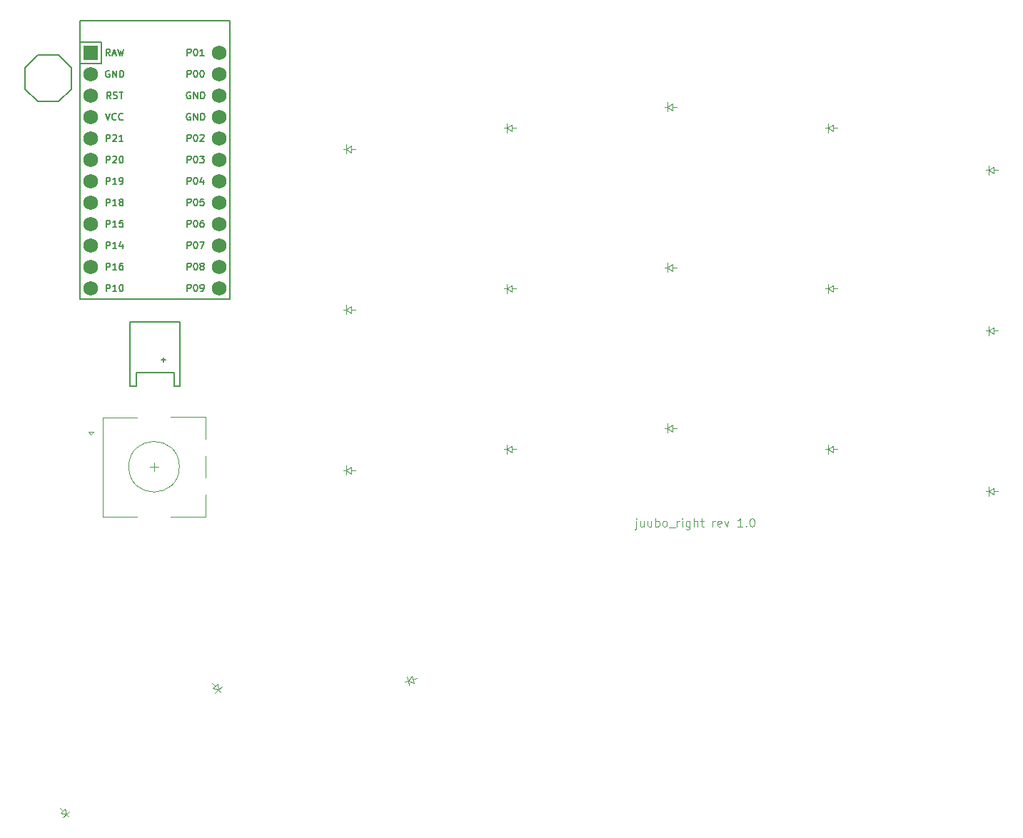
<source format=gbr>
%TF.GenerationSoftware,KiCad,Pcbnew,7.0.10*%
%TF.CreationDate,2024-02-19T14:22:16+02:00*%
%TF.ProjectId,juubo_right_final,6a757562-6f5f-4726-9967-68745f66696e,v1.0.0*%
%TF.SameCoordinates,Original*%
%TF.FileFunction,Legend,Top*%
%TF.FilePolarity,Positive*%
%FSLAX46Y46*%
G04 Gerber Fmt 4.6, Leading zero omitted, Abs format (unit mm)*
G04 Created by KiCad (PCBNEW 7.0.10) date 2024-02-19 14:22:16*
%MOMM*%
%LPD*%
G01*
G04 APERTURE LIST*
%ADD10C,0.100000*%
%ADD11C,0.150000*%
%ADD12C,0.120000*%
%ADD13R,1.752600X1.752600*%
%ADD14C,1.752600*%
G04 APERTURE END LIST*
D10*
X349003884Y-110405752D02*
X349003884Y-111262895D01*
X349003884Y-111262895D02*
X348956265Y-111358133D01*
X348956265Y-111358133D02*
X348861027Y-111405752D01*
X348861027Y-111405752D02*
X348813408Y-111405752D01*
X349003884Y-110072419D02*
X348956265Y-110120038D01*
X348956265Y-110120038D02*
X349003884Y-110167657D01*
X349003884Y-110167657D02*
X349051503Y-110120038D01*
X349051503Y-110120038D02*
X349003884Y-110072419D01*
X349003884Y-110072419D02*
X349003884Y-110167657D01*
X349908645Y-110405752D02*
X349908645Y-111072419D01*
X349480074Y-110405752D02*
X349480074Y-110929561D01*
X349480074Y-110929561D02*
X349527693Y-111024800D01*
X349527693Y-111024800D02*
X349622931Y-111072419D01*
X349622931Y-111072419D02*
X349765788Y-111072419D01*
X349765788Y-111072419D02*
X349861026Y-111024800D01*
X349861026Y-111024800D02*
X349908645Y-110977180D01*
X350813407Y-110405752D02*
X350813407Y-111072419D01*
X350384836Y-110405752D02*
X350384836Y-110929561D01*
X350384836Y-110929561D02*
X350432455Y-111024800D01*
X350432455Y-111024800D02*
X350527693Y-111072419D01*
X350527693Y-111072419D02*
X350670550Y-111072419D01*
X350670550Y-111072419D02*
X350765788Y-111024800D01*
X350765788Y-111024800D02*
X350813407Y-110977180D01*
X351289598Y-111072419D02*
X351289598Y-110072419D01*
X351289598Y-110453371D02*
X351384836Y-110405752D01*
X351384836Y-110405752D02*
X351575312Y-110405752D01*
X351575312Y-110405752D02*
X351670550Y-110453371D01*
X351670550Y-110453371D02*
X351718169Y-110500990D01*
X351718169Y-110500990D02*
X351765788Y-110596228D01*
X351765788Y-110596228D02*
X351765788Y-110881942D01*
X351765788Y-110881942D02*
X351718169Y-110977180D01*
X351718169Y-110977180D02*
X351670550Y-111024800D01*
X351670550Y-111024800D02*
X351575312Y-111072419D01*
X351575312Y-111072419D02*
X351384836Y-111072419D01*
X351384836Y-111072419D02*
X351289598Y-111024800D01*
X352337217Y-111072419D02*
X352241979Y-111024800D01*
X352241979Y-111024800D02*
X352194360Y-110977180D01*
X352194360Y-110977180D02*
X352146741Y-110881942D01*
X352146741Y-110881942D02*
X352146741Y-110596228D01*
X352146741Y-110596228D02*
X352194360Y-110500990D01*
X352194360Y-110500990D02*
X352241979Y-110453371D01*
X352241979Y-110453371D02*
X352337217Y-110405752D01*
X352337217Y-110405752D02*
X352480074Y-110405752D01*
X352480074Y-110405752D02*
X352575312Y-110453371D01*
X352575312Y-110453371D02*
X352622931Y-110500990D01*
X352622931Y-110500990D02*
X352670550Y-110596228D01*
X352670550Y-110596228D02*
X352670550Y-110881942D01*
X352670550Y-110881942D02*
X352622931Y-110977180D01*
X352622931Y-110977180D02*
X352575312Y-111024800D01*
X352575312Y-111024800D02*
X352480074Y-111072419D01*
X352480074Y-111072419D02*
X352337217Y-111072419D01*
X352861027Y-111167657D02*
X353622931Y-111167657D01*
X353861027Y-111072419D02*
X353861027Y-110405752D01*
X353861027Y-110596228D02*
X353908646Y-110500990D01*
X353908646Y-110500990D02*
X353956265Y-110453371D01*
X353956265Y-110453371D02*
X354051503Y-110405752D01*
X354051503Y-110405752D02*
X354146741Y-110405752D01*
X354480075Y-111072419D02*
X354480075Y-110405752D01*
X354480075Y-110072419D02*
X354432456Y-110120038D01*
X354432456Y-110120038D02*
X354480075Y-110167657D01*
X354480075Y-110167657D02*
X354527694Y-110120038D01*
X354527694Y-110120038D02*
X354480075Y-110072419D01*
X354480075Y-110072419D02*
X354480075Y-110167657D01*
X355384836Y-110405752D02*
X355384836Y-111215276D01*
X355384836Y-111215276D02*
X355337217Y-111310514D01*
X355337217Y-111310514D02*
X355289598Y-111358133D01*
X355289598Y-111358133D02*
X355194360Y-111405752D01*
X355194360Y-111405752D02*
X355051503Y-111405752D01*
X355051503Y-111405752D02*
X354956265Y-111358133D01*
X355384836Y-111024800D02*
X355289598Y-111072419D01*
X355289598Y-111072419D02*
X355099122Y-111072419D01*
X355099122Y-111072419D02*
X355003884Y-111024800D01*
X355003884Y-111024800D02*
X354956265Y-110977180D01*
X354956265Y-110977180D02*
X354908646Y-110881942D01*
X354908646Y-110881942D02*
X354908646Y-110596228D01*
X354908646Y-110596228D02*
X354956265Y-110500990D01*
X354956265Y-110500990D02*
X355003884Y-110453371D01*
X355003884Y-110453371D02*
X355099122Y-110405752D01*
X355099122Y-110405752D02*
X355289598Y-110405752D01*
X355289598Y-110405752D02*
X355384836Y-110453371D01*
X355861027Y-111072419D02*
X355861027Y-110072419D01*
X356289598Y-111072419D02*
X356289598Y-110548609D01*
X356289598Y-110548609D02*
X356241979Y-110453371D01*
X356241979Y-110453371D02*
X356146741Y-110405752D01*
X356146741Y-110405752D02*
X356003884Y-110405752D01*
X356003884Y-110405752D02*
X355908646Y-110453371D01*
X355908646Y-110453371D02*
X355861027Y-110500990D01*
X356622932Y-110405752D02*
X357003884Y-110405752D01*
X356765789Y-110072419D02*
X356765789Y-110929561D01*
X356765789Y-110929561D02*
X356813408Y-111024800D01*
X356813408Y-111024800D02*
X356908646Y-111072419D01*
X356908646Y-111072419D02*
X357003884Y-111072419D01*
X358099123Y-111072419D02*
X358099123Y-110405752D01*
X358099123Y-110596228D02*
X358146742Y-110500990D01*
X358146742Y-110500990D02*
X358194361Y-110453371D01*
X358194361Y-110453371D02*
X358289599Y-110405752D01*
X358289599Y-110405752D02*
X358384837Y-110405752D01*
X359099123Y-111024800D02*
X359003885Y-111072419D01*
X359003885Y-111072419D02*
X358813409Y-111072419D01*
X358813409Y-111072419D02*
X358718171Y-111024800D01*
X358718171Y-111024800D02*
X358670552Y-110929561D01*
X358670552Y-110929561D02*
X358670552Y-110548609D01*
X358670552Y-110548609D02*
X358718171Y-110453371D01*
X358718171Y-110453371D02*
X358813409Y-110405752D01*
X358813409Y-110405752D02*
X359003885Y-110405752D01*
X359003885Y-110405752D02*
X359099123Y-110453371D01*
X359099123Y-110453371D02*
X359146742Y-110548609D01*
X359146742Y-110548609D02*
X359146742Y-110643847D01*
X359146742Y-110643847D02*
X358670552Y-110739085D01*
X359480076Y-110405752D02*
X359718171Y-111072419D01*
X359718171Y-111072419D02*
X359956266Y-110405752D01*
X361622933Y-111072419D02*
X361051505Y-111072419D01*
X361337219Y-111072419D02*
X361337219Y-110072419D01*
X361337219Y-110072419D02*
X361241981Y-110215276D01*
X361241981Y-110215276D02*
X361146743Y-110310514D01*
X361146743Y-110310514D02*
X361051505Y-110358133D01*
X362051505Y-110977180D02*
X362099124Y-111024800D01*
X362099124Y-111024800D02*
X362051505Y-111072419D01*
X362051505Y-111072419D02*
X362003886Y-111024800D01*
X362003886Y-111024800D02*
X362051505Y-110977180D01*
X362051505Y-110977180D02*
X362051505Y-111072419D01*
X362718171Y-110072419D02*
X362813409Y-110072419D01*
X362813409Y-110072419D02*
X362908647Y-110120038D01*
X362908647Y-110120038D02*
X362956266Y-110167657D01*
X362956266Y-110167657D02*
X363003885Y-110262895D01*
X363003885Y-110262895D02*
X363051504Y-110453371D01*
X363051504Y-110453371D02*
X363051504Y-110691466D01*
X363051504Y-110691466D02*
X363003885Y-110881942D01*
X363003885Y-110881942D02*
X362956266Y-110977180D01*
X362956266Y-110977180D02*
X362908647Y-111024800D01*
X362908647Y-111024800D02*
X362813409Y-111072419D01*
X362813409Y-111072419D02*
X362718171Y-111072419D01*
X362718171Y-111072419D02*
X362622933Y-111024800D01*
X362622933Y-111024800D02*
X362575314Y-110977180D01*
X362575314Y-110977180D02*
X362527695Y-110881942D01*
X362527695Y-110881942D02*
X362480076Y-110691466D01*
X362480076Y-110691466D02*
X362480076Y-110453371D01*
X362480076Y-110453371D02*
X362527695Y-110262895D01*
X362527695Y-110262895D02*
X362575314Y-110167657D01*
X362575314Y-110167657D02*
X362622933Y-110120038D01*
X362622933Y-110120038D02*
X362718171Y-110072419D01*
D11*
X286180875Y-80616300D02*
X286180875Y-79816300D01*
X286180875Y-79816300D02*
X286485637Y-79816300D01*
X286485637Y-79816300D02*
X286561827Y-79854395D01*
X286561827Y-79854395D02*
X286599922Y-79892490D01*
X286599922Y-79892490D02*
X286638018Y-79968681D01*
X286638018Y-79968681D02*
X286638018Y-80082966D01*
X286638018Y-80082966D02*
X286599922Y-80159157D01*
X286599922Y-80159157D02*
X286561827Y-80197252D01*
X286561827Y-80197252D02*
X286485637Y-80235347D01*
X286485637Y-80235347D02*
X286180875Y-80235347D01*
X287399922Y-80616300D02*
X286942779Y-80616300D01*
X287171351Y-80616300D02*
X287171351Y-79816300D01*
X287171351Y-79816300D02*
X287095160Y-79930585D01*
X287095160Y-79930585D02*
X287018970Y-80006776D01*
X287018970Y-80006776D02*
X286942779Y-80044871D01*
X288085637Y-79816300D02*
X287933256Y-79816300D01*
X287933256Y-79816300D02*
X287857065Y-79854395D01*
X287857065Y-79854395D02*
X287818970Y-79892490D01*
X287818970Y-79892490D02*
X287742780Y-80006776D01*
X287742780Y-80006776D02*
X287704684Y-80159157D01*
X287704684Y-80159157D02*
X287704684Y-80463919D01*
X287704684Y-80463919D02*
X287742780Y-80540109D01*
X287742780Y-80540109D02*
X287780875Y-80578205D01*
X287780875Y-80578205D02*
X287857065Y-80616300D01*
X287857065Y-80616300D02*
X288009446Y-80616300D01*
X288009446Y-80616300D02*
X288085637Y-80578205D01*
X288085637Y-80578205D02*
X288123732Y-80540109D01*
X288123732Y-80540109D02*
X288161827Y-80463919D01*
X288161827Y-80463919D02*
X288161827Y-80273443D01*
X288161827Y-80273443D02*
X288123732Y-80197252D01*
X288123732Y-80197252D02*
X288085637Y-80159157D01*
X288085637Y-80159157D02*
X288009446Y-80121062D01*
X288009446Y-80121062D02*
X287857065Y-80121062D01*
X287857065Y-80121062D02*
X287780875Y-80159157D01*
X287780875Y-80159157D02*
X287742780Y-80197252D01*
X287742780Y-80197252D02*
X287704684Y-80273443D01*
X286180875Y-67916300D02*
X286180875Y-67116300D01*
X286180875Y-67116300D02*
X286485637Y-67116300D01*
X286485637Y-67116300D02*
X286561827Y-67154395D01*
X286561827Y-67154395D02*
X286599922Y-67192490D01*
X286599922Y-67192490D02*
X286638018Y-67268681D01*
X286638018Y-67268681D02*
X286638018Y-67382966D01*
X286638018Y-67382966D02*
X286599922Y-67459157D01*
X286599922Y-67459157D02*
X286561827Y-67497252D01*
X286561827Y-67497252D02*
X286485637Y-67535347D01*
X286485637Y-67535347D02*
X286180875Y-67535347D01*
X286942779Y-67192490D02*
X286980875Y-67154395D01*
X286980875Y-67154395D02*
X287057065Y-67116300D01*
X287057065Y-67116300D02*
X287247541Y-67116300D01*
X287247541Y-67116300D02*
X287323732Y-67154395D01*
X287323732Y-67154395D02*
X287361827Y-67192490D01*
X287361827Y-67192490D02*
X287399922Y-67268681D01*
X287399922Y-67268681D02*
X287399922Y-67344871D01*
X287399922Y-67344871D02*
X287361827Y-67459157D01*
X287361827Y-67459157D02*
X286904684Y-67916300D01*
X286904684Y-67916300D02*
X287399922Y-67916300D01*
X287895161Y-67116300D02*
X287971351Y-67116300D01*
X287971351Y-67116300D02*
X288047542Y-67154395D01*
X288047542Y-67154395D02*
X288085637Y-67192490D01*
X288085637Y-67192490D02*
X288123732Y-67268681D01*
X288123732Y-67268681D02*
X288161827Y-67421062D01*
X288161827Y-67421062D02*
X288161827Y-67611538D01*
X288161827Y-67611538D02*
X288123732Y-67763919D01*
X288123732Y-67763919D02*
X288085637Y-67840109D01*
X288085637Y-67840109D02*
X288047542Y-67878205D01*
X288047542Y-67878205D02*
X287971351Y-67916300D01*
X287971351Y-67916300D02*
X287895161Y-67916300D01*
X287895161Y-67916300D02*
X287818970Y-67878205D01*
X287818970Y-67878205D02*
X287780875Y-67840109D01*
X287780875Y-67840109D02*
X287742780Y-67763919D01*
X287742780Y-67763919D02*
X287704684Y-67611538D01*
X287704684Y-67611538D02*
X287704684Y-67421062D01*
X287704684Y-67421062D02*
X287742780Y-67268681D01*
X287742780Y-67268681D02*
X287780875Y-67192490D01*
X287780875Y-67192490D02*
X287818970Y-67154395D01*
X287818970Y-67154395D02*
X287895161Y-67116300D01*
X286180875Y-78076300D02*
X286180875Y-77276300D01*
X286180875Y-77276300D02*
X286485637Y-77276300D01*
X286485637Y-77276300D02*
X286561827Y-77314395D01*
X286561827Y-77314395D02*
X286599922Y-77352490D01*
X286599922Y-77352490D02*
X286638018Y-77428681D01*
X286638018Y-77428681D02*
X286638018Y-77542966D01*
X286638018Y-77542966D02*
X286599922Y-77619157D01*
X286599922Y-77619157D02*
X286561827Y-77657252D01*
X286561827Y-77657252D02*
X286485637Y-77695347D01*
X286485637Y-77695347D02*
X286180875Y-77695347D01*
X287399922Y-78076300D02*
X286942779Y-78076300D01*
X287171351Y-78076300D02*
X287171351Y-77276300D01*
X287171351Y-77276300D02*
X287095160Y-77390585D01*
X287095160Y-77390585D02*
X287018970Y-77466776D01*
X287018970Y-77466776D02*
X286942779Y-77504871D01*
X288085637Y-77542966D02*
X288085637Y-78076300D01*
X287895161Y-77238205D02*
X287704684Y-77809633D01*
X287704684Y-77809633D02*
X288199923Y-77809633D01*
X286085637Y-62036300D02*
X286352304Y-62836300D01*
X286352304Y-62836300D02*
X286618970Y-62036300D01*
X287342780Y-62760109D02*
X287304684Y-62798205D01*
X287304684Y-62798205D02*
X287190399Y-62836300D01*
X287190399Y-62836300D02*
X287114208Y-62836300D01*
X287114208Y-62836300D02*
X286999922Y-62798205D01*
X286999922Y-62798205D02*
X286923732Y-62722014D01*
X286923732Y-62722014D02*
X286885637Y-62645824D01*
X286885637Y-62645824D02*
X286847541Y-62493443D01*
X286847541Y-62493443D02*
X286847541Y-62379157D01*
X286847541Y-62379157D02*
X286885637Y-62226776D01*
X286885637Y-62226776D02*
X286923732Y-62150585D01*
X286923732Y-62150585D02*
X286999922Y-62074395D01*
X286999922Y-62074395D02*
X287114208Y-62036300D01*
X287114208Y-62036300D02*
X287190399Y-62036300D01*
X287190399Y-62036300D02*
X287304684Y-62074395D01*
X287304684Y-62074395D02*
X287342780Y-62112490D01*
X288142780Y-62760109D02*
X288104684Y-62798205D01*
X288104684Y-62798205D02*
X287990399Y-62836300D01*
X287990399Y-62836300D02*
X287914208Y-62836300D01*
X287914208Y-62836300D02*
X287799922Y-62798205D01*
X287799922Y-62798205D02*
X287723732Y-62722014D01*
X287723732Y-62722014D02*
X287685637Y-62645824D01*
X287685637Y-62645824D02*
X287647541Y-62493443D01*
X287647541Y-62493443D02*
X287647541Y-62379157D01*
X287647541Y-62379157D02*
X287685637Y-62226776D01*
X287685637Y-62226776D02*
X287723732Y-62150585D01*
X287723732Y-62150585D02*
X287799922Y-62074395D01*
X287799922Y-62074395D02*
X287914208Y-62036300D01*
X287914208Y-62036300D02*
X287990399Y-62036300D01*
X287990399Y-62036300D02*
X288104684Y-62074395D01*
X288104684Y-62074395D02*
X288142780Y-62112490D01*
X286180875Y-72996300D02*
X286180875Y-72196300D01*
X286180875Y-72196300D02*
X286485637Y-72196300D01*
X286485637Y-72196300D02*
X286561827Y-72234395D01*
X286561827Y-72234395D02*
X286599922Y-72272490D01*
X286599922Y-72272490D02*
X286638018Y-72348681D01*
X286638018Y-72348681D02*
X286638018Y-72462966D01*
X286638018Y-72462966D02*
X286599922Y-72539157D01*
X286599922Y-72539157D02*
X286561827Y-72577252D01*
X286561827Y-72577252D02*
X286485637Y-72615347D01*
X286485637Y-72615347D02*
X286180875Y-72615347D01*
X287399922Y-72996300D02*
X286942779Y-72996300D01*
X287171351Y-72996300D02*
X287171351Y-72196300D01*
X287171351Y-72196300D02*
X287095160Y-72310585D01*
X287095160Y-72310585D02*
X287018970Y-72386776D01*
X287018970Y-72386776D02*
X286942779Y-72424871D01*
X287857065Y-72539157D02*
X287780875Y-72501062D01*
X287780875Y-72501062D02*
X287742780Y-72462966D01*
X287742780Y-72462966D02*
X287704684Y-72386776D01*
X287704684Y-72386776D02*
X287704684Y-72348681D01*
X287704684Y-72348681D02*
X287742780Y-72272490D01*
X287742780Y-72272490D02*
X287780875Y-72234395D01*
X287780875Y-72234395D02*
X287857065Y-72196300D01*
X287857065Y-72196300D02*
X288009446Y-72196300D01*
X288009446Y-72196300D02*
X288085637Y-72234395D01*
X288085637Y-72234395D02*
X288123732Y-72272490D01*
X288123732Y-72272490D02*
X288161827Y-72348681D01*
X288161827Y-72348681D02*
X288161827Y-72386776D01*
X288161827Y-72386776D02*
X288123732Y-72462966D01*
X288123732Y-72462966D02*
X288085637Y-72501062D01*
X288085637Y-72501062D02*
X288009446Y-72539157D01*
X288009446Y-72539157D02*
X287857065Y-72539157D01*
X287857065Y-72539157D02*
X287780875Y-72577252D01*
X287780875Y-72577252D02*
X287742780Y-72615347D01*
X287742780Y-72615347D02*
X287704684Y-72691538D01*
X287704684Y-72691538D02*
X287704684Y-72843919D01*
X287704684Y-72843919D02*
X287742780Y-72920109D01*
X287742780Y-72920109D02*
X287780875Y-72958205D01*
X287780875Y-72958205D02*
X287857065Y-72996300D01*
X287857065Y-72996300D02*
X288009446Y-72996300D01*
X288009446Y-72996300D02*
X288085637Y-72958205D01*
X288085637Y-72958205D02*
X288123732Y-72920109D01*
X288123732Y-72920109D02*
X288161827Y-72843919D01*
X288161827Y-72843919D02*
X288161827Y-72691538D01*
X288161827Y-72691538D02*
X288123732Y-72615347D01*
X288123732Y-72615347D02*
X288085637Y-72577252D01*
X288085637Y-72577252D02*
X288009446Y-72539157D01*
X295780875Y-70456300D02*
X295780875Y-69656300D01*
X295780875Y-69656300D02*
X296085637Y-69656300D01*
X296085637Y-69656300D02*
X296161827Y-69694395D01*
X296161827Y-69694395D02*
X296199922Y-69732490D01*
X296199922Y-69732490D02*
X296238018Y-69808681D01*
X296238018Y-69808681D02*
X296238018Y-69922966D01*
X296238018Y-69922966D02*
X296199922Y-69999157D01*
X296199922Y-69999157D02*
X296161827Y-70037252D01*
X296161827Y-70037252D02*
X296085637Y-70075347D01*
X296085637Y-70075347D02*
X295780875Y-70075347D01*
X296733256Y-69656300D02*
X296809446Y-69656300D01*
X296809446Y-69656300D02*
X296885637Y-69694395D01*
X296885637Y-69694395D02*
X296923732Y-69732490D01*
X296923732Y-69732490D02*
X296961827Y-69808681D01*
X296961827Y-69808681D02*
X296999922Y-69961062D01*
X296999922Y-69961062D02*
X296999922Y-70151538D01*
X296999922Y-70151538D02*
X296961827Y-70303919D01*
X296961827Y-70303919D02*
X296923732Y-70380109D01*
X296923732Y-70380109D02*
X296885637Y-70418205D01*
X296885637Y-70418205D02*
X296809446Y-70456300D01*
X296809446Y-70456300D02*
X296733256Y-70456300D01*
X296733256Y-70456300D02*
X296657065Y-70418205D01*
X296657065Y-70418205D02*
X296618970Y-70380109D01*
X296618970Y-70380109D02*
X296580875Y-70303919D01*
X296580875Y-70303919D02*
X296542779Y-70151538D01*
X296542779Y-70151538D02*
X296542779Y-69961062D01*
X296542779Y-69961062D02*
X296580875Y-69808681D01*
X296580875Y-69808681D02*
X296618970Y-69732490D01*
X296618970Y-69732490D02*
X296657065Y-69694395D01*
X296657065Y-69694395D02*
X296733256Y-69656300D01*
X297685637Y-69922966D02*
X297685637Y-70456300D01*
X297495161Y-69618205D02*
X297304684Y-70189633D01*
X297304684Y-70189633D02*
X297799923Y-70189633D01*
X295780875Y-72996300D02*
X295780875Y-72196300D01*
X295780875Y-72196300D02*
X296085637Y-72196300D01*
X296085637Y-72196300D02*
X296161827Y-72234395D01*
X296161827Y-72234395D02*
X296199922Y-72272490D01*
X296199922Y-72272490D02*
X296238018Y-72348681D01*
X296238018Y-72348681D02*
X296238018Y-72462966D01*
X296238018Y-72462966D02*
X296199922Y-72539157D01*
X296199922Y-72539157D02*
X296161827Y-72577252D01*
X296161827Y-72577252D02*
X296085637Y-72615347D01*
X296085637Y-72615347D02*
X295780875Y-72615347D01*
X296733256Y-72196300D02*
X296809446Y-72196300D01*
X296809446Y-72196300D02*
X296885637Y-72234395D01*
X296885637Y-72234395D02*
X296923732Y-72272490D01*
X296923732Y-72272490D02*
X296961827Y-72348681D01*
X296961827Y-72348681D02*
X296999922Y-72501062D01*
X296999922Y-72501062D02*
X296999922Y-72691538D01*
X296999922Y-72691538D02*
X296961827Y-72843919D01*
X296961827Y-72843919D02*
X296923732Y-72920109D01*
X296923732Y-72920109D02*
X296885637Y-72958205D01*
X296885637Y-72958205D02*
X296809446Y-72996300D01*
X296809446Y-72996300D02*
X296733256Y-72996300D01*
X296733256Y-72996300D02*
X296657065Y-72958205D01*
X296657065Y-72958205D02*
X296618970Y-72920109D01*
X296618970Y-72920109D02*
X296580875Y-72843919D01*
X296580875Y-72843919D02*
X296542779Y-72691538D01*
X296542779Y-72691538D02*
X296542779Y-72501062D01*
X296542779Y-72501062D02*
X296580875Y-72348681D01*
X296580875Y-72348681D02*
X296618970Y-72272490D01*
X296618970Y-72272490D02*
X296657065Y-72234395D01*
X296657065Y-72234395D02*
X296733256Y-72196300D01*
X297723732Y-72196300D02*
X297342780Y-72196300D01*
X297342780Y-72196300D02*
X297304684Y-72577252D01*
X297304684Y-72577252D02*
X297342780Y-72539157D01*
X297342780Y-72539157D02*
X297418970Y-72501062D01*
X297418970Y-72501062D02*
X297609446Y-72501062D01*
X297609446Y-72501062D02*
X297685637Y-72539157D01*
X297685637Y-72539157D02*
X297723732Y-72577252D01*
X297723732Y-72577252D02*
X297761827Y-72653443D01*
X297761827Y-72653443D02*
X297761827Y-72843919D01*
X297761827Y-72843919D02*
X297723732Y-72920109D01*
X297723732Y-72920109D02*
X297685637Y-72958205D01*
X297685637Y-72958205D02*
X297609446Y-72996300D01*
X297609446Y-72996300D02*
X297418970Y-72996300D01*
X297418970Y-72996300D02*
X297342780Y-72958205D01*
X297342780Y-72958205D02*
X297304684Y-72920109D01*
X295780875Y-65376300D02*
X295780875Y-64576300D01*
X295780875Y-64576300D02*
X296085637Y-64576300D01*
X296085637Y-64576300D02*
X296161827Y-64614395D01*
X296161827Y-64614395D02*
X296199922Y-64652490D01*
X296199922Y-64652490D02*
X296238018Y-64728681D01*
X296238018Y-64728681D02*
X296238018Y-64842966D01*
X296238018Y-64842966D02*
X296199922Y-64919157D01*
X296199922Y-64919157D02*
X296161827Y-64957252D01*
X296161827Y-64957252D02*
X296085637Y-64995347D01*
X296085637Y-64995347D02*
X295780875Y-64995347D01*
X296733256Y-64576300D02*
X296809446Y-64576300D01*
X296809446Y-64576300D02*
X296885637Y-64614395D01*
X296885637Y-64614395D02*
X296923732Y-64652490D01*
X296923732Y-64652490D02*
X296961827Y-64728681D01*
X296961827Y-64728681D02*
X296999922Y-64881062D01*
X296999922Y-64881062D02*
X296999922Y-65071538D01*
X296999922Y-65071538D02*
X296961827Y-65223919D01*
X296961827Y-65223919D02*
X296923732Y-65300109D01*
X296923732Y-65300109D02*
X296885637Y-65338205D01*
X296885637Y-65338205D02*
X296809446Y-65376300D01*
X296809446Y-65376300D02*
X296733256Y-65376300D01*
X296733256Y-65376300D02*
X296657065Y-65338205D01*
X296657065Y-65338205D02*
X296618970Y-65300109D01*
X296618970Y-65300109D02*
X296580875Y-65223919D01*
X296580875Y-65223919D02*
X296542779Y-65071538D01*
X296542779Y-65071538D02*
X296542779Y-64881062D01*
X296542779Y-64881062D02*
X296580875Y-64728681D01*
X296580875Y-64728681D02*
X296618970Y-64652490D01*
X296618970Y-64652490D02*
X296657065Y-64614395D01*
X296657065Y-64614395D02*
X296733256Y-64576300D01*
X297304684Y-64652490D02*
X297342780Y-64614395D01*
X297342780Y-64614395D02*
X297418970Y-64576300D01*
X297418970Y-64576300D02*
X297609446Y-64576300D01*
X297609446Y-64576300D02*
X297685637Y-64614395D01*
X297685637Y-64614395D02*
X297723732Y-64652490D01*
X297723732Y-64652490D02*
X297761827Y-64728681D01*
X297761827Y-64728681D02*
X297761827Y-64804871D01*
X297761827Y-64804871D02*
X297723732Y-64919157D01*
X297723732Y-64919157D02*
X297266589Y-65376300D01*
X297266589Y-65376300D02*
X297761827Y-65376300D01*
X295780875Y-57756300D02*
X295780875Y-56956300D01*
X295780875Y-56956300D02*
X296085637Y-56956300D01*
X296085637Y-56956300D02*
X296161827Y-56994395D01*
X296161827Y-56994395D02*
X296199922Y-57032490D01*
X296199922Y-57032490D02*
X296238018Y-57108681D01*
X296238018Y-57108681D02*
X296238018Y-57222966D01*
X296238018Y-57222966D02*
X296199922Y-57299157D01*
X296199922Y-57299157D02*
X296161827Y-57337252D01*
X296161827Y-57337252D02*
X296085637Y-57375347D01*
X296085637Y-57375347D02*
X295780875Y-57375347D01*
X296733256Y-56956300D02*
X296809446Y-56956300D01*
X296809446Y-56956300D02*
X296885637Y-56994395D01*
X296885637Y-56994395D02*
X296923732Y-57032490D01*
X296923732Y-57032490D02*
X296961827Y-57108681D01*
X296961827Y-57108681D02*
X296999922Y-57261062D01*
X296999922Y-57261062D02*
X296999922Y-57451538D01*
X296999922Y-57451538D02*
X296961827Y-57603919D01*
X296961827Y-57603919D02*
X296923732Y-57680109D01*
X296923732Y-57680109D02*
X296885637Y-57718205D01*
X296885637Y-57718205D02*
X296809446Y-57756300D01*
X296809446Y-57756300D02*
X296733256Y-57756300D01*
X296733256Y-57756300D02*
X296657065Y-57718205D01*
X296657065Y-57718205D02*
X296618970Y-57680109D01*
X296618970Y-57680109D02*
X296580875Y-57603919D01*
X296580875Y-57603919D02*
X296542779Y-57451538D01*
X296542779Y-57451538D02*
X296542779Y-57261062D01*
X296542779Y-57261062D02*
X296580875Y-57108681D01*
X296580875Y-57108681D02*
X296618970Y-57032490D01*
X296618970Y-57032490D02*
X296657065Y-56994395D01*
X296657065Y-56994395D02*
X296733256Y-56956300D01*
X297495161Y-56956300D02*
X297571351Y-56956300D01*
X297571351Y-56956300D02*
X297647542Y-56994395D01*
X297647542Y-56994395D02*
X297685637Y-57032490D01*
X297685637Y-57032490D02*
X297723732Y-57108681D01*
X297723732Y-57108681D02*
X297761827Y-57261062D01*
X297761827Y-57261062D02*
X297761827Y-57451538D01*
X297761827Y-57451538D02*
X297723732Y-57603919D01*
X297723732Y-57603919D02*
X297685637Y-57680109D01*
X297685637Y-57680109D02*
X297647542Y-57718205D01*
X297647542Y-57718205D02*
X297571351Y-57756300D01*
X297571351Y-57756300D02*
X297495161Y-57756300D01*
X297495161Y-57756300D02*
X297418970Y-57718205D01*
X297418970Y-57718205D02*
X297380875Y-57680109D01*
X297380875Y-57680109D02*
X297342780Y-57603919D01*
X297342780Y-57603919D02*
X297304684Y-57451538D01*
X297304684Y-57451538D02*
X297304684Y-57261062D01*
X297304684Y-57261062D02*
X297342780Y-57108681D01*
X297342780Y-57108681D02*
X297380875Y-57032490D01*
X297380875Y-57032490D02*
X297418970Y-56994395D01*
X297418970Y-56994395D02*
X297495161Y-56956300D01*
X296142780Y-62074395D02*
X296066590Y-62036300D01*
X296066590Y-62036300D02*
X295952304Y-62036300D01*
X295952304Y-62036300D02*
X295838018Y-62074395D01*
X295838018Y-62074395D02*
X295761828Y-62150585D01*
X295761828Y-62150585D02*
X295723733Y-62226776D01*
X295723733Y-62226776D02*
X295685637Y-62379157D01*
X295685637Y-62379157D02*
X295685637Y-62493443D01*
X295685637Y-62493443D02*
X295723733Y-62645824D01*
X295723733Y-62645824D02*
X295761828Y-62722014D01*
X295761828Y-62722014D02*
X295838018Y-62798205D01*
X295838018Y-62798205D02*
X295952304Y-62836300D01*
X295952304Y-62836300D02*
X296028495Y-62836300D01*
X296028495Y-62836300D02*
X296142780Y-62798205D01*
X296142780Y-62798205D02*
X296180876Y-62760109D01*
X296180876Y-62760109D02*
X296180876Y-62493443D01*
X296180876Y-62493443D02*
X296028495Y-62493443D01*
X296523733Y-62836300D02*
X296523733Y-62036300D01*
X296523733Y-62036300D02*
X296980876Y-62836300D01*
X296980876Y-62836300D02*
X296980876Y-62036300D01*
X297361828Y-62836300D02*
X297361828Y-62036300D01*
X297361828Y-62036300D02*
X297552304Y-62036300D01*
X297552304Y-62036300D02*
X297666590Y-62074395D01*
X297666590Y-62074395D02*
X297742780Y-62150585D01*
X297742780Y-62150585D02*
X297780875Y-62226776D01*
X297780875Y-62226776D02*
X297818971Y-62379157D01*
X297818971Y-62379157D02*
X297818971Y-62493443D01*
X297818971Y-62493443D02*
X297780875Y-62645824D01*
X297780875Y-62645824D02*
X297742780Y-62722014D01*
X297742780Y-62722014D02*
X297666590Y-62798205D01*
X297666590Y-62798205D02*
X297552304Y-62836300D01*
X297552304Y-62836300D02*
X297361828Y-62836300D01*
X295780875Y-83156300D02*
X295780875Y-82356300D01*
X295780875Y-82356300D02*
X296085637Y-82356300D01*
X296085637Y-82356300D02*
X296161827Y-82394395D01*
X296161827Y-82394395D02*
X296199922Y-82432490D01*
X296199922Y-82432490D02*
X296238018Y-82508681D01*
X296238018Y-82508681D02*
X296238018Y-82622966D01*
X296238018Y-82622966D02*
X296199922Y-82699157D01*
X296199922Y-82699157D02*
X296161827Y-82737252D01*
X296161827Y-82737252D02*
X296085637Y-82775347D01*
X296085637Y-82775347D02*
X295780875Y-82775347D01*
X296733256Y-82356300D02*
X296809446Y-82356300D01*
X296809446Y-82356300D02*
X296885637Y-82394395D01*
X296885637Y-82394395D02*
X296923732Y-82432490D01*
X296923732Y-82432490D02*
X296961827Y-82508681D01*
X296961827Y-82508681D02*
X296999922Y-82661062D01*
X296999922Y-82661062D02*
X296999922Y-82851538D01*
X296999922Y-82851538D02*
X296961827Y-83003919D01*
X296961827Y-83003919D02*
X296923732Y-83080109D01*
X296923732Y-83080109D02*
X296885637Y-83118205D01*
X296885637Y-83118205D02*
X296809446Y-83156300D01*
X296809446Y-83156300D02*
X296733256Y-83156300D01*
X296733256Y-83156300D02*
X296657065Y-83118205D01*
X296657065Y-83118205D02*
X296618970Y-83080109D01*
X296618970Y-83080109D02*
X296580875Y-83003919D01*
X296580875Y-83003919D02*
X296542779Y-82851538D01*
X296542779Y-82851538D02*
X296542779Y-82661062D01*
X296542779Y-82661062D02*
X296580875Y-82508681D01*
X296580875Y-82508681D02*
X296618970Y-82432490D01*
X296618970Y-82432490D02*
X296657065Y-82394395D01*
X296657065Y-82394395D02*
X296733256Y-82356300D01*
X297380875Y-83156300D02*
X297533256Y-83156300D01*
X297533256Y-83156300D02*
X297609446Y-83118205D01*
X297609446Y-83118205D02*
X297647542Y-83080109D01*
X297647542Y-83080109D02*
X297723732Y-82965824D01*
X297723732Y-82965824D02*
X297761827Y-82813443D01*
X297761827Y-82813443D02*
X297761827Y-82508681D01*
X297761827Y-82508681D02*
X297723732Y-82432490D01*
X297723732Y-82432490D02*
X297685637Y-82394395D01*
X297685637Y-82394395D02*
X297609446Y-82356300D01*
X297609446Y-82356300D02*
X297457065Y-82356300D01*
X297457065Y-82356300D02*
X297380875Y-82394395D01*
X297380875Y-82394395D02*
X297342780Y-82432490D01*
X297342780Y-82432490D02*
X297304684Y-82508681D01*
X297304684Y-82508681D02*
X297304684Y-82699157D01*
X297304684Y-82699157D02*
X297342780Y-82775347D01*
X297342780Y-82775347D02*
X297380875Y-82813443D01*
X297380875Y-82813443D02*
X297457065Y-82851538D01*
X297457065Y-82851538D02*
X297609446Y-82851538D01*
X297609446Y-82851538D02*
X297685637Y-82813443D01*
X297685637Y-82813443D02*
X297723732Y-82775347D01*
X297723732Y-82775347D02*
X297761827Y-82699157D01*
X286180875Y-65376300D02*
X286180875Y-64576300D01*
X286180875Y-64576300D02*
X286485637Y-64576300D01*
X286485637Y-64576300D02*
X286561827Y-64614395D01*
X286561827Y-64614395D02*
X286599922Y-64652490D01*
X286599922Y-64652490D02*
X286638018Y-64728681D01*
X286638018Y-64728681D02*
X286638018Y-64842966D01*
X286638018Y-64842966D02*
X286599922Y-64919157D01*
X286599922Y-64919157D02*
X286561827Y-64957252D01*
X286561827Y-64957252D02*
X286485637Y-64995347D01*
X286485637Y-64995347D02*
X286180875Y-64995347D01*
X286942779Y-64652490D02*
X286980875Y-64614395D01*
X286980875Y-64614395D02*
X287057065Y-64576300D01*
X287057065Y-64576300D02*
X287247541Y-64576300D01*
X287247541Y-64576300D02*
X287323732Y-64614395D01*
X287323732Y-64614395D02*
X287361827Y-64652490D01*
X287361827Y-64652490D02*
X287399922Y-64728681D01*
X287399922Y-64728681D02*
X287399922Y-64804871D01*
X287399922Y-64804871D02*
X287361827Y-64919157D01*
X287361827Y-64919157D02*
X286904684Y-65376300D01*
X286904684Y-65376300D02*
X287399922Y-65376300D01*
X288161827Y-65376300D02*
X287704684Y-65376300D01*
X287933256Y-65376300D02*
X287933256Y-64576300D01*
X287933256Y-64576300D02*
X287857065Y-64690585D01*
X287857065Y-64690585D02*
X287780875Y-64766776D01*
X287780875Y-64766776D02*
X287704684Y-64804871D01*
X295780875Y-67916300D02*
X295780875Y-67116300D01*
X295780875Y-67116300D02*
X296085637Y-67116300D01*
X296085637Y-67116300D02*
X296161827Y-67154395D01*
X296161827Y-67154395D02*
X296199922Y-67192490D01*
X296199922Y-67192490D02*
X296238018Y-67268681D01*
X296238018Y-67268681D02*
X296238018Y-67382966D01*
X296238018Y-67382966D02*
X296199922Y-67459157D01*
X296199922Y-67459157D02*
X296161827Y-67497252D01*
X296161827Y-67497252D02*
X296085637Y-67535347D01*
X296085637Y-67535347D02*
X295780875Y-67535347D01*
X296733256Y-67116300D02*
X296809446Y-67116300D01*
X296809446Y-67116300D02*
X296885637Y-67154395D01*
X296885637Y-67154395D02*
X296923732Y-67192490D01*
X296923732Y-67192490D02*
X296961827Y-67268681D01*
X296961827Y-67268681D02*
X296999922Y-67421062D01*
X296999922Y-67421062D02*
X296999922Y-67611538D01*
X296999922Y-67611538D02*
X296961827Y-67763919D01*
X296961827Y-67763919D02*
X296923732Y-67840109D01*
X296923732Y-67840109D02*
X296885637Y-67878205D01*
X296885637Y-67878205D02*
X296809446Y-67916300D01*
X296809446Y-67916300D02*
X296733256Y-67916300D01*
X296733256Y-67916300D02*
X296657065Y-67878205D01*
X296657065Y-67878205D02*
X296618970Y-67840109D01*
X296618970Y-67840109D02*
X296580875Y-67763919D01*
X296580875Y-67763919D02*
X296542779Y-67611538D01*
X296542779Y-67611538D02*
X296542779Y-67421062D01*
X296542779Y-67421062D02*
X296580875Y-67268681D01*
X296580875Y-67268681D02*
X296618970Y-67192490D01*
X296618970Y-67192490D02*
X296657065Y-67154395D01*
X296657065Y-67154395D02*
X296733256Y-67116300D01*
X297266589Y-67116300D02*
X297761827Y-67116300D01*
X297761827Y-67116300D02*
X297495161Y-67421062D01*
X297495161Y-67421062D02*
X297609446Y-67421062D01*
X297609446Y-67421062D02*
X297685637Y-67459157D01*
X297685637Y-67459157D02*
X297723732Y-67497252D01*
X297723732Y-67497252D02*
X297761827Y-67573443D01*
X297761827Y-67573443D02*
X297761827Y-67763919D01*
X297761827Y-67763919D02*
X297723732Y-67840109D01*
X297723732Y-67840109D02*
X297685637Y-67878205D01*
X297685637Y-67878205D02*
X297609446Y-67916300D01*
X297609446Y-67916300D02*
X297380875Y-67916300D01*
X297380875Y-67916300D02*
X297304684Y-67878205D01*
X297304684Y-67878205D02*
X297266589Y-67840109D01*
X286180875Y-83156300D02*
X286180875Y-82356300D01*
X286180875Y-82356300D02*
X286485637Y-82356300D01*
X286485637Y-82356300D02*
X286561827Y-82394395D01*
X286561827Y-82394395D02*
X286599922Y-82432490D01*
X286599922Y-82432490D02*
X286638018Y-82508681D01*
X286638018Y-82508681D02*
X286638018Y-82622966D01*
X286638018Y-82622966D02*
X286599922Y-82699157D01*
X286599922Y-82699157D02*
X286561827Y-82737252D01*
X286561827Y-82737252D02*
X286485637Y-82775347D01*
X286485637Y-82775347D02*
X286180875Y-82775347D01*
X287399922Y-83156300D02*
X286942779Y-83156300D01*
X287171351Y-83156300D02*
X287171351Y-82356300D01*
X287171351Y-82356300D02*
X287095160Y-82470585D01*
X287095160Y-82470585D02*
X287018970Y-82546776D01*
X287018970Y-82546776D02*
X286942779Y-82584871D01*
X287895161Y-82356300D02*
X287971351Y-82356300D01*
X287971351Y-82356300D02*
X288047542Y-82394395D01*
X288047542Y-82394395D02*
X288085637Y-82432490D01*
X288085637Y-82432490D02*
X288123732Y-82508681D01*
X288123732Y-82508681D02*
X288161827Y-82661062D01*
X288161827Y-82661062D02*
X288161827Y-82851538D01*
X288161827Y-82851538D02*
X288123732Y-83003919D01*
X288123732Y-83003919D02*
X288085637Y-83080109D01*
X288085637Y-83080109D02*
X288047542Y-83118205D01*
X288047542Y-83118205D02*
X287971351Y-83156300D01*
X287971351Y-83156300D02*
X287895161Y-83156300D01*
X287895161Y-83156300D02*
X287818970Y-83118205D01*
X287818970Y-83118205D02*
X287780875Y-83080109D01*
X287780875Y-83080109D02*
X287742780Y-83003919D01*
X287742780Y-83003919D02*
X287704684Y-82851538D01*
X287704684Y-82851538D02*
X287704684Y-82661062D01*
X287704684Y-82661062D02*
X287742780Y-82508681D01*
X287742780Y-82508681D02*
X287780875Y-82432490D01*
X287780875Y-82432490D02*
X287818970Y-82394395D01*
X287818970Y-82394395D02*
X287895161Y-82356300D01*
X295780875Y-80616300D02*
X295780875Y-79816300D01*
X295780875Y-79816300D02*
X296085637Y-79816300D01*
X296085637Y-79816300D02*
X296161827Y-79854395D01*
X296161827Y-79854395D02*
X296199922Y-79892490D01*
X296199922Y-79892490D02*
X296238018Y-79968681D01*
X296238018Y-79968681D02*
X296238018Y-80082966D01*
X296238018Y-80082966D02*
X296199922Y-80159157D01*
X296199922Y-80159157D02*
X296161827Y-80197252D01*
X296161827Y-80197252D02*
X296085637Y-80235347D01*
X296085637Y-80235347D02*
X295780875Y-80235347D01*
X296733256Y-79816300D02*
X296809446Y-79816300D01*
X296809446Y-79816300D02*
X296885637Y-79854395D01*
X296885637Y-79854395D02*
X296923732Y-79892490D01*
X296923732Y-79892490D02*
X296961827Y-79968681D01*
X296961827Y-79968681D02*
X296999922Y-80121062D01*
X296999922Y-80121062D02*
X296999922Y-80311538D01*
X296999922Y-80311538D02*
X296961827Y-80463919D01*
X296961827Y-80463919D02*
X296923732Y-80540109D01*
X296923732Y-80540109D02*
X296885637Y-80578205D01*
X296885637Y-80578205D02*
X296809446Y-80616300D01*
X296809446Y-80616300D02*
X296733256Y-80616300D01*
X296733256Y-80616300D02*
X296657065Y-80578205D01*
X296657065Y-80578205D02*
X296618970Y-80540109D01*
X296618970Y-80540109D02*
X296580875Y-80463919D01*
X296580875Y-80463919D02*
X296542779Y-80311538D01*
X296542779Y-80311538D02*
X296542779Y-80121062D01*
X296542779Y-80121062D02*
X296580875Y-79968681D01*
X296580875Y-79968681D02*
X296618970Y-79892490D01*
X296618970Y-79892490D02*
X296657065Y-79854395D01*
X296657065Y-79854395D02*
X296733256Y-79816300D01*
X297457065Y-80159157D02*
X297380875Y-80121062D01*
X297380875Y-80121062D02*
X297342780Y-80082966D01*
X297342780Y-80082966D02*
X297304684Y-80006776D01*
X297304684Y-80006776D02*
X297304684Y-79968681D01*
X297304684Y-79968681D02*
X297342780Y-79892490D01*
X297342780Y-79892490D02*
X297380875Y-79854395D01*
X297380875Y-79854395D02*
X297457065Y-79816300D01*
X297457065Y-79816300D02*
X297609446Y-79816300D01*
X297609446Y-79816300D02*
X297685637Y-79854395D01*
X297685637Y-79854395D02*
X297723732Y-79892490D01*
X297723732Y-79892490D02*
X297761827Y-79968681D01*
X297761827Y-79968681D02*
X297761827Y-80006776D01*
X297761827Y-80006776D02*
X297723732Y-80082966D01*
X297723732Y-80082966D02*
X297685637Y-80121062D01*
X297685637Y-80121062D02*
X297609446Y-80159157D01*
X297609446Y-80159157D02*
X297457065Y-80159157D01*
X297457065Y-80159157D02*
X297380875Y-80197252D01*
X297380875Y-80197252D02*
X297342780Y-80235347D01*
X297342780Y-80235347D02*
X297304684Y-80311538D01*
X297304684Y-80311538D02*
X297304684Y-80463919D01*
X297304684Y-80463919D02*
X297342780Y-80540109D01*
X297342780Y-80540109D02*
X297380875Y-80578205D01*
X297380875Y-80578205D02*
X297457065Y-80616300D01*
X297457065Y-80616300D02*
X297609446Y-80616300D01*
X297609446Y-80616300D02*
X297685637Y-80578205D01*
X297685637Y-80578205D02*
X297723732Y-80540109D01*
X297723732Y-80540109D02*
X297761827Y-80463919D01*
X297761827Y-80463919D02*
X297761827Y-80311538D01*
X297761827Y-80311538D02*
X297723732Y-80235347D01*
X297723732Y-80235347D02*
X297685637Y-80197252D01*
X297685637Y-80197252D02*
X297609446Y-80159157D01*
X286714209Y-60296300D02*
X286447542Y-59915347D01*
X286257066Y-60296300D02*
X286257066Y-59496300D01*
X286257066Y-59496300D02*
X286561828Y-59496300D01*
X286561828Y-59496300D02*
X286638018Y-59534395D01*
X286638018Y-59534395D02*
X286676113Y-59572490D01*
X286676113Y-59572490D02*
X286714209Y-59648681D01*
X286714209Y-59648681D02*
X286714209Y-59762966D01*
X286714209Y-59762966D02*
X286676113Y-59839157D01*
X286676113Y-59839157D02*
X286638018Y-59877252D01*
X286638018Y-59877252D02*
X286561828Y-59915347D01*
X286561828Y-59915347D02*
X286257066Y-59915347D01*
X287018970Y-60258205D02*
X287133256Y-60296300D01*
X287133256Y-60296300D02*
X287323732Y-60296300D01*
X287323732Y-60296300D02*
X287399923Y-60258205D01*
X287399923Y-60258205D02*
X287438018Y-60220109D01*
X287438018Y-60220109D02*
X287476113Y-60143919D01*
X287476113Y-60143919D02*
X287476113Y-60067728D01*
X287476113Y-60067728D02*
X287438018Y-59991538D01*
X287438018Y-59991538D02*
X287399923Y-59953443D01*
X287399923Y-59953443D02*
X287323732Y-59915347D01*
X287323732Y-59915347D02*
X287171351Y-59877252D01*
X287171351Y-59877252D02*
X287095161Y-59839157D01*
X287095161Y-59839157D02*
X287057066Y-59801062D01*
X287057066Y-59801062D02*
X287018970Y-59724871D01*
X287018970Y-59724871D02*
X287018970Y-59648681D01*
X287018970Y-59648681D02*
X287057066Y-59572490D01*
X287057066Y-59572490D02*
X287095161Y-59534395D01*
X287095161Y-59534395D02*
X287171351Y-59496300D01*
X287171351Y-59496300D02*
X287361828Y-59496300D01*
X287361828Y-59496300D02*
X287476113Y-59534395D01*
X287704685Y-59496300D02*
X288161828Y-59496300D01*
X287933256Y-60296300D02*
X287933256Y-59496300D01*
X286599923Y-55216300D02*
X286333256Y-54835347D01*
X286142780Y-55216300D02*
X286142780Y-54416300D01*
X286142780Y-54416300D02*
X286447542Y-54416300D01*
X286447542Y-54416300D02*
X286523732Y-54454395D01*
X286523732Y-54454395D02*
X286561827Y-54492490D01*
X286561827Y-54492490D02*
X286599923Y-54568681D01*
X286599923Y-54568681D02*
X286599923Y-54682966D01*
X286599923Y-54682966D02*
X286561827Y-54759157D01*
X286561827Y-54759157D02*
X286523732Y-54797252D01*
X286523732Y-54797252D02*
X286447542Y-54835347D01*
X286447542Y-54835347D02*
X286142780Y-54835347D01*
X286904684Y-54987728D02*
X287285637Y-54987728D01*
X286828494Y-55216300D02*
X287095161Y-54416300D01*
X287095161Y-54416300D02*
X287361827Y-55216300D01*
X287552303Y-54416300D02*
X287742779Y-55216300D01*
X287742779Y-55216300D02*
X287895160Y-54644871D01*
X287895160Y-54644871D02*
X288047541Y-55216300D01*
X288047541Y-55216300D02*
X288238018Y-54416300D01*
X295780875Y-78076300D02*
X295780875Y-77276300D01*
X295780875Y-77276300D02*
X296085637Y-77276300D01*
X296085637Y-77276300D02*
X296161827Y-77314395D01*
X296161827Y-77314395D02*
X296199922Y-77352490D01*
X296199922Y-77352490D02*
X296238018Y-77428681D01*
X296238018Y-77428681D02*
X296238018Y-77542966D01*
X296238018Y-77542966D02*
X296199922Y-77619157D01*
X296199922Y-77619157D02*
X296161827Y-77657252D01*
X296161827Y-77657252D02*
X296085637Y-77695347D01*
X296085637Y-77695347D02*
X295780875Y-77695347D01*
X296733256Y-77276300D02*
X296809446Y-77276300D01*
X296809446Y-77276300D02*
X296885637Y-77314395D01*
X296885637Y-77314395D02*
X296923732Y-77352490D01*
X296923732Y-77352490D02*
X296961827Y-77428681D01*
X296961827Y-77428681D02*
X296999922Y-77581062D01*
X296999922Y-77581062D02*
X296999922Y-77771538D01*
X296999922Y-77771538D02*
X296961827Y-77923919D01*
X296961827Y-77923919D02*
X296923732Y-78000109D01*
X296923732Y-78000109D02*
X296885637Y-78038205D01*
X296885637Y-78038205D02*
X296809446Y-78076300D01*
X296809446Y-78076300D02*
X296733256Y-78076300D01*
X296733256Y-78076300D02*
X296657065Y-78038205D01*
X296657065Y-78038205D02*
X296618970Y-78000109D01*
X296618970Y-78000109D02*
X296580875Y-77923919D01*
X296580875Y-77923919D02*
X296542779Y-77771538D01*
X296542779Y-77771538D02*
X296542779Y-77581062D01*
X296542779Y-77581062D02*
X296580875Y-77428681D01*
X296580875Y-77428681D02*
X296618970Y-77352490D01*
X296618970Y-77352490D02*
X296657065Y-77314395D01*
X296657065Y-77314395D02*
X296733256Y-77276300D01*
X297266589Y-77276300D02*
X297799923Y-77276300D01*
X297799923Y-77276300D02*
X297457065Y-78076300D01*
X295780875Y-75536300D02*
X295780875Y-74736300D01*
X295780875Y-74736300D02*
X296085637Y-74736300D01*
X296085637Y-74736300D02*
X296161827Y-74774395D01*
X296161827Y-74774395D02*
X296199922Y-74812490D01*
X296199922Y-74812490D02*
X296238018Y-74888681D01*
X296238018Y-74888681D02*
X296238018Y-75002966D01*
X296238018Y-75002966D02*
X296199922Y-75079157D01*
X296199922Y-75079157D02*
X296161827Y-75117252D01*
X296161827Y-75117252D02*
X296085637Y-75155347D01*
X296085637Y-75155347D02*
X295780875Y-75155347D01*
X296733256Y-74736300D02*
X296809446Y-74736300D01*
X296809446Y-74736300D02*
X296885637Y-74774395D01*
X296885637Y-74774395D02*
X296923732Y-74812490D01*
X296923732Y-74812490D02*
X296961827Y-74888681D01*
X296961827Y-74888681D02*
X296999922Y-75041062D01*
X296999922Y-75041062D02*
X296999922Y-75231538D01*
X296999922Y-75231538D02*
X296961827Y-75383919D01*
X296961827Y-75383919D02*
X296923732Y-75460109D01*
X296923732Y-75460109D02*
X296885637Y-75498205D01*
X296885637Y-75498205D02*
X296809446Y-75536300D01*
X296809446Y-75536300D02*
X296733256Y-75536300D01*
X296733256Y-75536300D02*
X296657065Y-75498205D01*
X296657065Y-75498205D02*
X296618970Y-75460109D01*
X296618970Y-75460109D02*
X296580875Y-75383919D01*
X296580875Y-75383919D02*
X296542779Y-75231538D01*
X296542779Y-75231538D02*
X296542779Y-75041062D01*
X296542779Y-75041062D02*
X296580875Y-74888681D01*
X296580875Y-74888681D02*
X296618970Y-74812490D01*
X296618970Y-74812490D02*
X296657065Y-74774395D01*
X296657065Y-74774395D02*
X296733256Y-74736300D01*
X297685637Y-74736300D02*
X297533256Y-74736300D01*
X297533256Y-74736300D02*
X297457065Y-74774395D01*
X297457065Y-74774395D02*
X297418970Y-74812490D01*
X297418970Y-74812490D02*
X297342780Y-74926776D01*
X297342780Y-74926776D02*
X297304684Y-75079157D01*
X297304684Y-75079157D02*
X297304684Y-75383919D01*
X297304684Y-75383919D02*
X297342780Y-75460109D01*
X297342780Y-75460109D02*
X297380875Y-75498205D01*
X297380875Y-75498205D02*
X297457065Y-75536300D01*
X297457065Y-75536300D02*
X297609446Y-75536300D01*
X297609446Y-75536300D02*
X297685637Y-75498205D01*
X297685637Y-75498205D02*
X297723732Y-75460109D01*
X297723732Y-75460109D02*
X297761827Y-75383919D01*
X297761827Y-75383919D02*
X297761827Y-75193443D01*
X297761827Y-75193443D02*
X297723732Y-75117252D01*
X297723732Y-75117252D02*
X297685637Y-75079157D01*
X297685637Y-75079157D02*
X297609446Y-75041062D01*
X297609446Y-75041062D02*
X297457065Y-75041062D01*
X297457065Y-75041062D02*
X297380875Y-75079157D01*
X297380875Y-75079157D02*
X297342780Y-75117252D01*
X297342780Y-75117252D02*
X297304684Y-75193443D01*
X286542780Y-56994395D02*
X286466590Y-56956300D01*
X286466590Y-56956300D02*
X286352304Y-56956300D01*
X286352304Y-56956300D02*
X286238018Y-56994395D01*
X286238018Y-56994395D02*
X286161828Y-57070585D01*
X286161828Y-57070585D02*
X286123733Y-57146776D01*
X286123733Y-57146776D02*
X286085637Y-57299157D01*
X286085637Y-57299157D02*
X286085637Y-57413443D01*
X286085637Y-57413443D02*
X286123733Y-57565824D01*
X286123733Y-57565824D02*
X286161828Y-57642014D01*
X286161828Y-57642014D02*
X286238018Y-57718205D01*
X286238018Y-57718205D02*
X286352304Y-57756300D01*
X286352304Y-57756300D02*
X286428495Y-57756300D01*
X286428495Y-57756300D02*
X286542780Y-57718205D01*
X286542780Y-57718205D02*
X286580876Y-57680109D01*
X286580876Y-57680109D02*
X286580876Y-57413443D01*
X286580876Y-57413443D02*
X286428495Y-57413443D01*
X286923733Y-57756300D02*
X286923733Y-56956300D01*
X286923733Y-56956300D02*
X287380876Y-57756300D01*
X287380876Y-57756300D02*
X287380876Y-56956300D01*
X287761828Y-57756300D02*
X287761828Y-56956300D01*
X287761828Y-56956300D02*
X287952304Y-56956300D01*
X287952304Y-56956300D02*
X288066590Y-56994395D01*
X288066590Y-56994395D02*
X288142780Y-57070585D01*
X288142780Y-57070585D02*
X288180875Y-57146776D01*
X288180875Y-57146776D02*
X288218971Y-57299157D01*
X288218971Y-57299157D02*
X288218971Y-57413443D01*
X288218971Y-57413443D02*
X288180875Y-57565824D01*
X288180875Y-57565824D02*
X288142780Y-57642014D01*
X288142780Y-57642014D02*
X288066590Y-57718205D01*
X288066590Y-57718205D02*
X287952304Y-57756300D01*
X287952304Y-57756300D02*
X287761828Y-57756300D01*
X286180875Y-75536300D02*
X286180875Y-74736300D01*
X286180875Y-74736300D02*
X286485637Y-74736300D01*
X286485637Y-74736300D02*
X286561827Y-74774395D01*
X286561827Y-74774395D02*
X286599922Y-74812490D01*
X286599922Y-74812490D02*
X286638018Y-74888681D01*
X286638018Y-74888681D02*
X286638018Y-75002966D01*
X286638018Y-75002966D02*
X286599922Y-75079157D01*
X286599922Y-75079157D02*
X286561827Y-75117252D01*
X286561827Y-75117252D02*
X286485637Y-75155347D01*
X286485637Y-75155347D02*
X286180875Y-75155347D01*
X287399922Y-75536300D02*
X286942779Y-75536300D01*
X287171351Y-75536300D02*
X287171351Y-74736300D01*
X287171351Y-74736300D02*
X287095160Y-74850585D01*
X287095160Y-74850585D02*
X287018970Y-74926776D01*
X287018970Y-74926776D02*
X286942779Y-74964871D01*
X288123732Y-74736300D02*
X287742780Y-74736300D01*
X287742780Y-74736300D02*
X287704684Y-75117252D01*
X287704684Y-75117252D02*
X287742780Y-75079157D01*
X287742780Y-75079157D02*
X287818970Y-75041062D01*
X287818970Y-75041062D02*
X288009446Y-75041062D01*
X288009446Y-75041062D02*
X288085637Y-75079157D01*
X288085637Y-75079157D02*
X288123732Y-75117252D01*
X288123732Y-75117252D02*
X288161827Y-75193443D01*
X288161827Y-75193443D02*
X288161827Y-75383919D01*
X288161827Y-75383919D02*
X288123732Y-75460109D01*
X288123732Y-75460109D02*
X288085637Y-75498205D01*
X288085637Y-75498205D02*
X288009446Y-75536300D01*
X288009446Y-75536300D02*
X287818970Y-75536300D01*
X287818970Y-75536300D02*
X287742780Y-75498205D01*
X287742780Y-75498205D02*
X287704684Y-75460109D01*
X286180875Y-70456300D02*
X286180875Y-69656300D01*
X286180875Y-69656300D02*
X286485637Y-69656300D01*
X286485637Y-69656300D02*
X286561827Y-69694395D01*
X286561827Y-69694395D02*
X286599922Y-69732490D01*
X286599922Y-69732490D02*
X286638018Y-69808681D01*
X286638018Y-69808681D02*
X286638018Y-69922966D01*
X286638018Y-69922966D02*
X286599922Y-69999157D01*
X286599922Y-69999157D02*
X286561827Y-70037252D01*
X286561827Y-70037252D02*
X286485637Y-70075347D01*
X286485637Y-70075347D02*
X286180875Y-70075347D01*
X287399922Y-70456300D02*
X286942779Y-70456300D01*
X287171351Y-70456300D02*
X287171351Y-69656300D01*
X287171351Y-69656300D02*
X287095160Y-69770585D01*
X287095160Y-69770585D02*
X287018970Y-69846776D01*
X287018970Y-69846776D02*
X286942779Y-69884871D01*
X287780875Y-70456300D02*
X287933256Y-70456300D01*
X287933256Y-70456300D02*
X288009446Y-70418205D01*
X288009446Y-70418205D02*
X288047542Y-70380109D01*
X288047542Y-70380109D02*
X288123732Y-70265824D01*
X288123732Y-70265824D02*
X288161827Y-70113443D01*
X288161827Y-70113443D02*
X288161827Y-69808681D01*
X288161827Y-69808681D02*
X288123732Y-69732490D01*
X288123732Y-69732490D02*
X288085637Y-69694395D01*
X288085637Y-69694395D02*
X288009446Y-69656300D01*
X288009446Y-69656300D02*
X287857065Y-69656300D01*
X287857065Y-69656300D02*
X287780875Y-69694395D01*
X287780875Y-69694395D02*
X287742780Y-69732490D01*
X287742780Y-69732490D02*
X287704684Y-69808681D01*
X287704684Y-69808681D02*
X287704684Y-69999157D01*
X287704684Y-69999157D02*
X287742780Y-70075347D01*
X287742780Y-70075347D02*
X287780875Y-70113443D01*
X287780875Y-70113443D02*
X287857065Y-70151538D01*
X287857065Y-70151538D02*
X288009446Y-70151538D01*
X288009446Y-70151538D02*
X288085637Y-70113443D01*
X288085637Y-70113443D02*
X288123732Y-70075347D01*
X288123732Y-70075347D02*
X288161827Y-69999157D01*
X296142780Y-59534395D02*
X296066590Y-59496300D01*
X296066590Y-59496300D02*
X295952304Y-59496300D01*
X295952304Y-59496300D02*
X295838018Y-59534395D01*
X295838018Y-59534395D02*
X295761828Y-59610585D01*
X295761828Y-59610585D02*
X295723733Y-59686776D01*
X295723733Y-59686776D02*
X295685637Y-59839157D01*
X295685637Y-59839157D02*
X295685637Y-59953443D01*
X295685637Y-59953443D02*
X295723733Y-60105824D01*
X295723733Y-60105824D02*
X295761828Y-60182014D01*
X295761828Y-60182014D02*
X295838018Y-60258205D01*
X295838018Y-60258205D02*
X295952304Y-60296300D01*
X295952304Y-60296300D02*
X296028495Y-60296300D01*
X296028495Y-60296300D02*
X296142780Y-60258205D01*
X296142780Y-60258205D02*
X296180876Y-60220109D01*
X296180876Y-60220109D02*
X296180876Y-59953443D01*
X296180876Y-59953443D02*
X296028495Y-59953443D01*
X296523733Y-60296300D02*
X296523733Y-59496300D01*
X296523733Y-59496300D02*
X296980876Y-60296300D01*
X296980876Y-60296300D02*
X296980876Y-59496300D01*
X297361828Y-60296300D02*
X297361828Y-59496300D01*
X297361828Y-59496300D02*
X297552304Y-59496300D01*
X297552304Y-59496300D02*
X297666590Y-59534395D01*
X297666590Y-59534395D02*
X297742780Y-59610585D01*
X297742780Y-59610585D02*
X297780875Y-59686776D01*
X297780875Y-59686776D02*
X297818971Y-59839157D01*
X297818971Y-59839157D02*
X297818971Y-59953443D01*
X297818971Y-59953443D02*
X297780875Y-60105824D01*
X297780875Y-60105824D02*
X297742780Y-60182014D01*
X297742780Y-60182014D02*
X297666590Y-60258205D01*
X297666590Y-60258205D02*
X297552304Y-60296300D01*
X297552304Y-60296300D02*
X297361828Y-60296300D01*
X295780875Y-55216300D02*
X295780875Y-54416300D01*
X295780875Y-54416300D02*
X296085637Y-54416300D01*
X296085637Y-54416300D02*
X296161827Y-54454395D01*
X296161827Y-54454395D02*
X296199922Y-54492490D01*
X296199922Y-54492490D02*
X296238018Y-54568681D01*
X296238018Y-54568681D02*
X296238018Y-54682966D01*
X296238018Y-54682966D02*
X296199922Y-54759157D01*
X296199922Y-54759157D02*
X296161827Y-54797252D01*
X296161827Y-54797252D02*
X296085637Y-54835347D01*
X296085637Y-54835347D02*
X295780875Y-54835347D01*
X296733256Y-54416300D02*
X296809446Y-54416300D01*
X296809446Y-54416300D02*
X296885637Y-54454395D01*
X296885637Y-54454395D02*
X296923732Y-54492490D01*
X296923732Y-54492490D02*
X296961827Y-54568681D01*
X296961827Y-54568681D02*
X296999922Y-54721062D01*
X296999922Y-54721062D02*
X296999922Y-54911538D01*
X296999922Y-54911538D02*
X296961827Y-55063919D01*
X296961827Y-55063919D02*
X296923732Y-55140109D01*
X296923732Y-55140109D02*
X296885637Y-55178205D01*
X296885637Y-55178205D02*
X296809446Y-55216300D01*
X296809446Y-55216300D02*
X296733256Y-55216300D01*
X296733256Y-55216300D02*
X296657065Y-55178205D01*
X296657065Y-55178205D02*
X296618970Y-55140109D01*
X296618970Y-55140109D02*
X296580875Y-55063919D01*
X296580875Y-55063919D02*
X296542779Y-54911538D01*
X296542779Y-54911538D02*
X296542779Y-54721062D01*
X296542779Y-54721062D02*
X296580875Y-54568681D01*
X296580875Y-54568681D02*
X296618970Y-54492490D01*
X296618970Y-54492490D02*
X296657065Y-54454395D01*
X296657065Y-54454395D02*
X296733256Y-54416300D01*
X297761827Y-55216300D02*
X297304684Y-55216300D01*
X297533256Y-55216300D02*
X297533256Y-54416300D01*
X297533256Y-54416300D02*
X297457065Y-54530585D01*
X297457065Y-54530585D02*
X297380875Y-54606776D01*
X297380875Y-54606776D02*
X297304684Y-54644871D01*
%TO.C,B1*%
X280524804Y-55159003D02*
X278024804Y-55159003D01*
X280524804Y-55159003D02*
X282024804Y-56659003D01*
X278024804Y-55159003D02*
X276524804Y-56659003D01*
X282024804Y-56659003D02*
X282024804Y-59159003D01*
X276524804Y-56659003D02*
X276524804Y-59159003D01*
X280524804Y-60659003D02*
X282024804Y-59159003D01*
X280524804Y-60659003D02*
X278024804Y-60659003D01*
X278024804Y-60659003D02*
X276524804Y-59159003D01*
D10*
%TO.C,D10*%
X333302303Y-101899005D02*
X333702303Y-101899005D01*
X333702303Y-101899005D02*
X333702303Y-101349005D01*
X333702303Y-101899005D02*
X333702303Y-102449005D01*
X333702303Y-101899005D02*
X334302303Y-101499005D01*
X334302303Y-101499005D02*
X334302303Y-102299005D01*
X334302303Y-101899005D02*
X334802303Y-101899005D01*
X334302303Y-102299005D02*
X333702303Y-101899005D01*
%TO.C,D1*%
X390452306Y-106899003D02*
X390852306Y-106899003D01*
X390852306Y-106899003D02*
X390852306Y-106349003D01*
X390852306Y-106899003D02*
X390852306Y-107449003D01*
X390852306Y-106899003D02*
X391452306Y-106499003D01*
X391452306Y-106499003D02*
X391452306Y-107299003D01*
X391452306Y-106899003D02*
X391952306Y-106899003D01*
X391452306Y-107299003D02*
X390852306Y-106899003D01*
%TO.C,D8*%
X352352303Y-80349006D02*
X352752303Y-80349006D01*
X352752303Y-80349006D02*
X352752303Y-79799006D01*
X352752303Y-80349006D02*
X352752303Y-80899006D01*
X352752303Y-80349006D02*
X353352303Y-79949006D01*
X353352303Y-79949006D02*
X353352303Y-80749006D01*
X353352303Y-80349006D02*
X353852303Y-80349006D01*
X353352303Y-80749006D02*
X352752303Y-80349006D01*
%TO.C,D14*%
X314252307Y-85349004D02*
X314652307Y-85349004D01*
X314652307Y-85349004D02*
X314652307Y-84799004D01*
X314652307Y-85349004D02*
X314652307Y-85899004D01*
X314652307Y-85349004D02*
X315252307Y-84949004D01*
X315252307Y-84949004D02*
X315252307Y-85749004D01*
X315252307Y-85349004D02*
X315752307Y-85349004D01*
X315252307Y-85749004D02*
X314652307Y-85349004D01*
%TO.C,D2*%
X390452303Y-87849005D02*
X390852303Y-87849005D01*
X390852303Y-87849005D02*
X390852303Y-87299005D01*
X390852303Y-87849005D02*
X390852303Y-88399005D01*
X390852303Y-87849005D02*
X391452303Y-87449005D01*
X391452303Y-87449005D02*
X391452303Y-88249005D01*
X391452303Y-87849005D02*
X391952303Y-87849005D01*
X391452303Y-88249005D02*
X390852303Y-87849005D01*
%TO.C,D12*%
X333302306Y-63799006D02*
X333702306Y-63799006D01*
X333702306Y-63799006D02*
X333702306Y-63249006D01*
X333702306Y-63799006D02*
X333702306Y-64349006D01*
X333702306Y-63799006D02*
X334302306Y-63399006D01*
X334302306Y-63399006D02*
X334302306Y-64199006D01*
X334302306Y-63799006D02*
X334802306Y-63799006D01*
X334302306Y-64199006D02*
X333702306Y-63799006D01*
%TO.C,D4*%
X371402303Y-101899007D02*
X371802303Y-101899007D01*
X371802303Y-101899007D02*
X371802303Y-101349007D01*
X371802303Y-101899007D02*
X371802303Y-102449007D01*
X371802303Y-101899007D02*
X372402303Y-101499007D01*
X372402303Y-101499007D02*
X372402303Y-102299007D01*
X372402303Y-101899007D02*
X372902303Y-101899007D01*
X372402303Y-102299007D02*
X371802303Y-101899007D01*
%TO.C,D7*%
X352352302Y-99399004D02*
X352752302Y-99399004D01*
X352752302Y-99399004D02*
X352752302Y-98849004D01*
X352752302Y-99399004D02*
X352752302Y-99949004D01*
X352752302Y-99399004D02*
X353352302Y-98999004D01*
X353352302Y-98999004D02*
X353352302Y-99799004D01*
X353352302Y-99399004D02*
X353852302Y-99399004D01*
X353352302Y-99799004D02*
X352752302Y-99399004D01*
D11*
%TO.C,JST1*%
X294902304Y-94376507D02*
X294902304Y-86776507D01*
X294902304Y-86776507D02*
X289002304Y-86776507D01*
X294202304Y-94376507D02*
X294902304Y-94376507D01*
X294202304Y-92776507D02*
X294202304Y-94376507D01*
X293202304Y-91276507D02*
X292702304Y-91276507D01*
X292952304Y-91526507D02*
X292952304Y-91026507D01*
X289702304Y-94376507D02*
X289702304Y-92776507D01*
X289702304Y-92776507D02*
X294202304Y-92776507D01*
X289002304Y-94376507D02*
X289702304Y-94376507D01*
X289002304Y-86776507D02*
X289002304Y-94376507D01*
D10*
%TO.C,D13*%
X314252301Y-104399010D02*
X314652301Y-104399010D01*
X314652301Y-104399010D02*
X314652301Y-103849010D01*
X314652301Y-104399010D02*
X314652301Y-104949010D01*
X314652301Y-104399010D02*
X315252301Y-103999010D01*
X315252301Y-103999010D02*
X315252301Y-104799010D01*
X315252301Y-104399010D02*
X315752301Y-104399010D01*
X315252301Y-104799010D02*
X314652301Y-104399010D01*
D11*
%TO.C,MCU1*%
X300842304Y-51044005D02*
X283062304Y-51044005D01*
X283062304Y-51044005D02*
X283062304Y-84064005D01*
X285602304Y-53584005D02*
X283062304Y-53584005D01*
X285602304Y-53584005D02*
X285602304Y-56124005D01*
X285602304Y-56124005D02*
X283062304Y-56124005D01*
X300842304Y-84064005D02*
X300842304Y-51044005D01*
X283062304Y-84064005D02*
X300842304Y-84064005D01*
D10*
%TO.C,D6*%
X371402304Y-63799004D02*
X371802304Y-63799004D01*
X371802304Y-63799004D02*
X371802304Y-63249004D01*
X371802304Y-63799004D02*
X371802304Y-64349004D01*
X371802304Y-63799004D02*
X372402304Y-63399004D01*
X372402304Y-63399004D02*
X372402304Y-64199004D01*
X372402304Y-63799004D02*
X372902304Y-63799004D01*
X372402304Y-64199004D02*
X371802304Y-63799004D01*
%TO.C,D11*%
X333302306Y-82849006D02*
X333702306Y-82849006D01*
X333702306Y-82849006D02*
X333702306Y-82299006D01*
X333702306Y-82849006D02*
X333702306Y-83399006D01*
X333702306Y-82849006D02*
X334302306Y-82449006D01*
X334302306Y-82449006D02*
X334302306Y-83249006D01*
X334302306Y-82849006D02*
X334802306Y-82849006D01*
X334302306Y-83249006D02*
X333702306Y-82849006D01*
%TO.C,D17*%
X299703964Y-130742507D02*
X299446849Y-130436090D01*
X299446849Y-130436090D02*
X299025524Y-130789623D01*
X299446849Y-130436090D02*
X299868173Y-130082556D01*
X299446849Y-130436090D02*
X298754758Y-130233578D01*
X298754758Y-130233578D02*
X299367594Y-129719348D01*
X299061176Y-129976463D02*
X298739782Y-129593441D01*
X299367594Y-129719348D02*
X299446849Y-130436090D01*
%TO.C,D15*%
X314252302Y-66299007D02*
X314652302Y-66299007D01*
X314652302Y-66299007D02*
X314652302Y-65749007D01*
X314652302Y-66299007D02*
X314652302Y-66849007D01*
X314652302Y-66299007D02*
X315252302Y-65899007D01*
X315252302Y-65899007D02*
X315252302Y-66699007D01*
X315252302Y-66299007D02*
X315752302Y-66299007D01*
X315252302Y-66699007D02*
X314652302Y-66299007D01*
%TO.C,D16*%
X321571957Y-129472749D02*
X321958327Y-129369222D01*
X321958327Y-129369222D02*
X321815976Y-128837962D01*
X321958327Y-129369222D02*
X322100677Y-129900481D01*
X321958327Y-129369222D02*
X322434355Y-128827560D01*
X322434355Y-128827560D02*
X322641410Y-129600301D01*
X322537882Y-129213930D02*
X323020845Y-129084521D01*
X322641410Y-129600301D02*
X321958327Y-129369222D01*
%TO.C,D18*%
X281712966Y-145484109D02*
X281430123Y-145201266D01*
X281430123Y-145201266D02*
X281041215Y-145590175D01*
X281430123Y-145201266D02*
X281819032Y-144812358D01*
X281430123Y-145201266D02*
X280723017Y-145059845D01*
X280723017Y-145059845D02*
X281288702Y-144494160D01*
X281005859Y-144777002D02*
X280652306Y-144423449D01*
X281288702Y-144494160D02*
X281430123Y-145201266D01*
%TO.C,D3*%
X390452303Y-68799001D02*
X390852303Y-68799001D01*
X390852303Y-68799001D02*
X390852303Y-68249001D01*
X390852303Y-68799001D02*
X390852303Y-69349001D01*
X390852303Y-68799001D02*
X391452303Y-68399001D01*
X391452303Y-68399001D02*
X391452303Y-69199001D01*
X391452303Y-68799001D02*
X391952303Y-68799001D01*
X391452303Y-69199001D02*
X390852303Y-68799001D01*
%TO.C,D5*%
X371402308Y-82849005D02*
X371802308Y-82849005D01*
X371802308Y-82849005D02*
X371802308Y-82299005D01*
X371802308Y-82849005D02*
X371802308Y-83399005D01*
X371802308Y-82849005D02*
X372402308Y-82449005D01*
X372402308Y-82449005D02*
X372402308Y-83249005D01*
X372402308Y-82849005D02*
X372902308Y-82849005D01*
X372402308Y-83249005D02*
X371802308Y-82849005D01*
%TO.C,D9*%
X352352304Y-61299004D02*
X352752304Y-61299004D01*
X352752304Y-61299004D02*
X352752304Y-60749004D01*
X352752304Y-61299004D02*
X352752304Y-61849004D01*
X352752304Y-61299004D02*
X353352304Y-60899004D01*
X353352304Y-60899004D02*
X353352304Y-61699004D01*
X353352304Y-61299004D02*
X353852304Y-61299004D01*
X353352304Y-61699004D02*
X352752304Y-61299004D01*
D12*
%TO.C,ROT1*%
X284032305Y-99869002D02*
X284632305Y-99869002D01*
X284332305Y-100169002D02*
X284032305Y-99869002D01*
X284632305Y-99869002D02*
X284332305Y-100169002D01*
X285732305Y-98169002D02*
X285732305Y-109869002D01*
X289832305Y-98169002D02*
X285732305Y-98169002D01*
X289832305Y-109869002D02*
X285732305Y-109869002D01*
X291332305Y-103969002D02*
X292332305Y-103969002D01*
X291832305Y-103469002D02*
X291832305Y-104469002D01*
X293832305Y-98069002D02*
X297932305Y-98069002D01*
X297932305Y-98069002D02*
X297932305Y-100669002D01*
X297932305Y-102669002D02*
X297932305Y-105269002D01*
X297932305Y-107269002D02*
X297932305Y-109869002D01*
X297932305Y-109869002D02*
X293832305Y-109869002D01*
X294832305Y-103969002D02*
G75*
G03*
X288832305Y-103969002I-3000000J0D01*
G01*
X288832305Y-103969002D02*
G75*
G03*
X294832305Y-103969002I3000000J0D01*
G01*
%TD*%
D13*
%TO.C,MCU1*%
X284332304Y-54854005D03*
D14*
X284332304Y-57394005D03*
X284332304Y-59934005D03*
X284332304Y-62474005D03*
X284332304Y-65014005D03*
X284332304Y-67554005D03*
X284332304Y-70094005D03*
X284332304Y-72634005D03*
X284332304Y-75174005D03*
X284332304Y-77714005D03*
X284332304Y-80254005D03*
X284332304Y-82794005D03*
X299572304Y-54854005D03*
X299572304Y-57394005D03*
X299572304Y-59934005D03*
X299572304Y-62474005D03*
X299572304Y-65014005D03*
X299572304Y-67554005D03*
X299572304Y-70094005D03*
X299572304Y-72634005D03*
X299572304Y-75174005D03*
X299572304Y-77714005D03*
X299572304Y-80254005D03*
X299572304Y-82794005D03*
%TD*%
M02*

</source>
